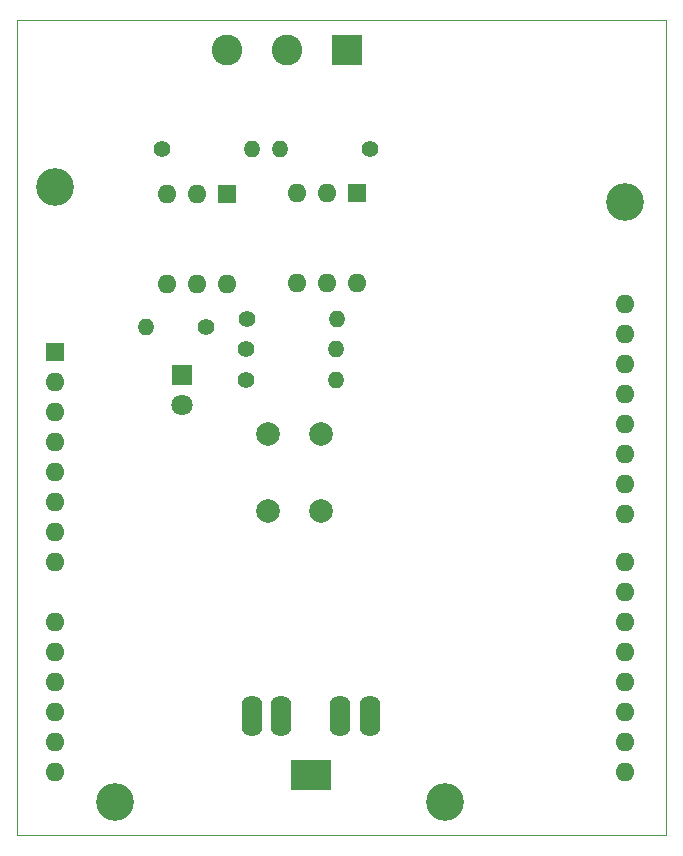
<source format=gts>
G04 #@! TF.GenerationSoftware,KiCad,Pcbnew,(5.1.9)-1*
G04 #@! TF.CreationDate,2021-08-12T11:56:45-03:00*
G04 #@! TF.ProjectId,Alarma,416c6172-6d61-42e6-9b69-6361645f7063,rev?*
G04 #@! TF.SameCoordinates,Original*
G04 #@! TF.FileFunction,Soldermask,Top*
G04 #@! TF.FilePolarity,Negative*
%FSLAX46Y46*%
G04 Gerber Fmt 4.6, Leading zero omitted, Abs format (unit mm)*
G04 Created by KiCad (PCBNEW (5.1.9)-1) date 2021-08-12 11:56:45*
%MOMM*%
%LPD*%
G01*
G04 APERTURE LIST*
G04 #@! TA.AperFunction,Profile*
%ADD10C,0.050000*%
G04 #@! TD*
%ADD11O,1.400000X1.400000*%
%ADD12C,1.400000*%
%ADD13C,1.800000*%
%ADD14R,1.800000X1.800000*%
%ADD15O,1.750000X3.500000*%
%ADD16R,3.500000X2.500000*%
%ADD17C,3.200000*%
%ADD18O,1.600000X1.600000*%
%ADD19R,1.600000X1.600000*%
%ADD20C,2.000000*%
%ADD21C,2.600000*%
%ADD22R,2.600000X2.600000*%
G04 APERTURE END LIST*
D10*
X113000000Y-53000000D02*
X113000000Y-122000000D01*
X168000000Y-122000000D02*
X113000000Y-122000000D01*
X168000000Y-53000000D02*
X168000000Y-122000000D01*
X168000000Y-53000000D02*
X113000000Y-53000000D01*
D11*
X123920000Y-79000000D03*
D12*
X129000000Y-79000000D03*
D13*
X127000000Y-85540000D03*
D14*
X127000000Y-83000000D03*
D15*
X140400000Y-111890000D03*
X135400000Y-111890000D03*
X142900000Y-111890000D03*
X132900000Y-111890000D03*
D16*
X137900000Y-116896000D03*
D17*
X121355000Y-119200000D03*
X149295000Y-119200000D03*
X164535000Y-68400000D03*
X116275000Y-67130000D03*
D18*
X164535000Y-114120000D03*
X164535000Y-116660000D03*
X116275000Y-116660000D03*
X116275000Y-114120000D03*
X164535000Y-82120000D03*
X116275000Y-111580000D03*
X164535000Y-84660000D03*
X116275000Y-109040000D03*
X164535000Y-87200000D03*
X116275000Y-106500000D03*
X164535000Y-89740000D03*
X116275000Y-103960000D03*
X164535000Y-92280000D03*
X116275000Y-98880000D03*
X164535000Y-94820000D03*
X116275000Y-96340000D03*
X164535000Y-98880000D03*
X116275000Y-93800000D03*
X164535000Y-101420000D03*
X116275000Y-91260000D03*
X164535000Y-103960000D03*
X116275000Y-88720000D03*
X164535000Y-106500000D03*
X116275000Y-86180000D03*
X164535000Y-109040000D03*
X116275000Y-83640000D03*
X164535000Y-111580000D03*
D19*
X116275000Y-81100000D03*
D18*
X164535000Y-77040000D03*
X164535000Y-79580000D03*
D11*
X140045000Y-83425000D03*
D12*
X132425000Y-83425000D03*
D11*
X132945000Y-63925000D03*
D12*
X125325000Y-63925000D03*
D18*
X141850000Y-75220000D03*
X136770000Y-67600000D03*
X139310000Y-75220000D03*
X139310000Y-67600000D03*
X136770000Y-75220000D03*
D19*
X141850000Y-67600000D03*
D18*
X130850000Y-75295000D03*
X125770000Y-67675000D03*
X128310000Y-75295000D03*
X128310000Y-67675000D03*
X125770000Y-75295000D03*
D19*
X130850000Y-67675000D03*
D20*
X134250000Y-88000000D03*
X138750000Y-88000000D03*
X134250000Y-94500000D03*
X138750000Y-94500000D03*
D11*
X140095000Y-78275000D03*
D12*
X132475000Y-78275000D03*
D11*
X140070000Y-80800000D03*
D12*
X132450000Y-80800000D03*
D11*
X135280000Y-63925000D03*
D12*
X142900000Y-63925000D03*
D21*
X130840000Y-55500000D03*
X135920000Y-55500000D03*
D22*
X141000000Y-55500000D03*
M02*

</source>
